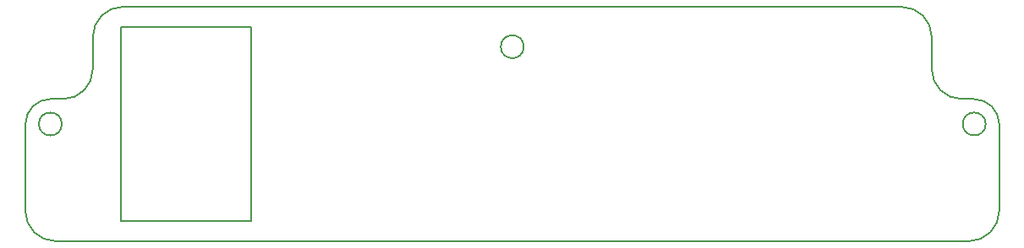
<source format=gbr>
%TF.GenerationSoftware,KiCad,Pcbnew,7.0.9*%
%TF.CreationDate,2024-01-11T16:53:53+09:00*%
%TF.ProjectId,IO_Board,494f5f42-6f61-4726-942e-6b696361645f,rev?*%
%TF.SameCoordinates,Original*%
%TF.FileFunction,Profile,NP*%
%FSLAX46Y46*%
G04 Gerber Fmt 4.6, Leading zero omitted, Abs format (unit mm)*
G04 Created by KiCad (PCBNEW 7.0.9) date 2024-01-11 16:53:53*
%MOMM*%
%LPD*%
G01*
G04 APERTURE LIST*
%TA.AperFunction,Profile*%
%ADD10C,0.200000*%
%TD*%
G04 APERTURE END LIST*
D10*
X194400001Y-81509999D02*
G75*
G03*
X197400001Y-84509999I2999999J-1D01*
G01*
X198650000Y-84509999D02*
X197400001Y-84509999D01*
X103650001Y-95764999D02*
G75*
G03*
X106650000Y-98764999I2999999J-1D01*
G01*
X126238000Y-77245000D02*
X113238000Y-77245000D01*
X107399999Y-84509999D02*
X106150000Y-84509999D01*
X199800000Y-87009999D02*
G75*
G03*
X199800000Y-87009999I-1150000J0D01*
G01*
X113238000Y-77245000D02*
X113238000Y-96745000D01*
X201150000Y-95764999D02*
X201150000Y-87009999D01*
X153550000Y-79255000D02*
G75*
G03*
X153550000Y-79255000I-1150000J0D01*
G01*
X107399999Y-84509999D02*
G75*
G03*
X110399999Y-81509999I1J2999999D01*
G01*
X103650000Y-87009999D02*
X103650000Y-95764999D01*
X126238000Y-96745000D02*
X126238000Y-77245000D01*
X198150000Y-98765000D02*
G75*
G03*
X201150000Y-95764999I0J3000000D01*
G01*
X113238000Y-96745000D02*
X126238000Y-96745000D01*
X106650000Y-98764999D02*
X198150000Y-98764999D01*
X191400001Y-75255000D02*
X113399999Y-75255000D01*
X201150001Y-87009999D02*
G75*
G03*
X198650000Y-84509999I-2500001J-1D01*
G01*
X194400001Y-81509999D02*
X194400001Y-78255000D01*
X107300000Y-87009999D02*
G75*
G03*
X107300000Y-87009999I-1150000J0D01*
G01*
X106150000Y-84510000D02*
G75*
G03*
X103650000Y-87009999I0J-2500000D01*
G01*
X113399999Y-75254999D02*
G75*
G03*
X110399999Y-78255000I1J-3000001D01*
G01*
X194400000Y-78255000D02*
G75*
G03*
X191400001Y-75255000I-3000000J0D01*
G01*
X110399999Y-78255000D02*
X110399999Y-81509999D01*
M02*

</source>
